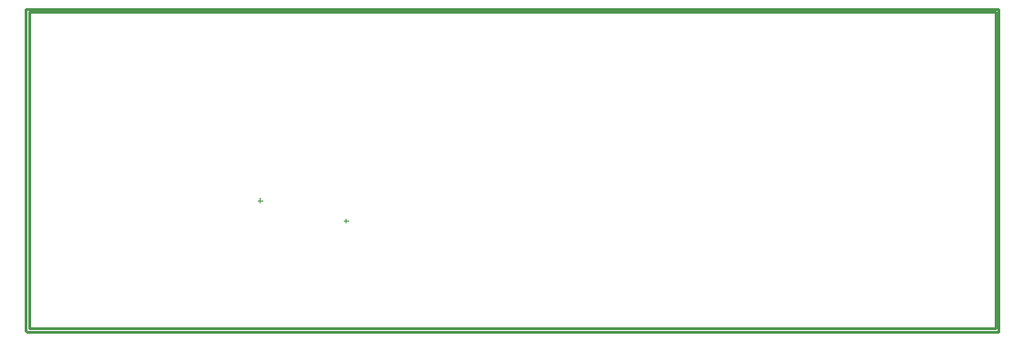
<source format=gko>
%FSTAX23Y23*%
%MOIN*%
%SFA1B1*%

%IPPOS*%
%ADD22C,0.010000*%
%ADD27C,0.003900*%
%LNuzcar-1*%
%LPD*%
G54D22*
X02313Y03402D02*
X05836D01*
Y02245D02*
Y03402D01*
X02313Y02245D02*
X05836D01*
X02313D02*
Y03402D01*
X02301Y02234D02*
Y03411D01*
X02304Y02232D02*
X05847D01*
X02301Y03411D02*
X05846D01*
Y02234D02*
Y03411D01*
G54D27*
X0346Y02636D02*
X03476D01*
X03468Y02629D02*
Y02644D01*
X03155Y02704D02*
Y02719D01*
X03148Y02712D02*
X03163D01*
M02*
</source>
